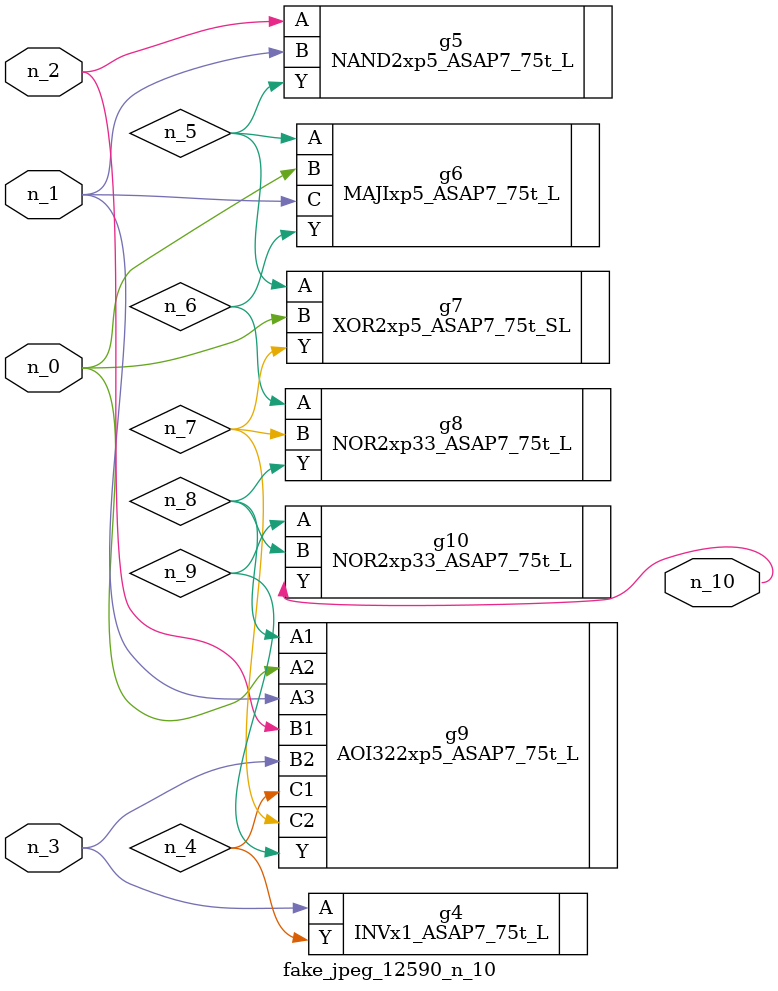
<source format=v>
module fake_jpeg_12590_n_10 (n_0, n_3, n_2, n_1, n_10);

input n_0;
input n_3;
input n_2;
input n_1;

output n_10;

wire n_4;
wire n_8;
wire n_9;
wire n_6;
wire n_5;
wire n_7;

INVx1_ASAP7_75t_L g4 ( 
.A(n_3),
.Y(n_4)
);

NAND2xp5_ASAP7_75t_L g5 ( 
.A(n_2),
.B(n_1),
.Y(n_5)
);

MAJIxp5_ASAP7_75t_L g6 ( 
.A(n_5),
.B(n_0),
.C(n_1),
.Y(n_6)
);

NOR2xp33_ASAP7_75t_L g8 ( 
.A(n_6),
.B(n_7),
.Y(n_8)
);

XOR2xp5_ASAP7_75t_SL g7 ( 
.A(n_5),
.B(n_0),
.Y(n_7)
);

AOI322xp5_ASAP7_75t_L g9 ( 
.A1(n_8),
.A2(n_0),
.A3(n_1),
.B1(n_2),
.B2(n_3),
.C1(n_4),
.C2(n_7),
.Y(n_9)
);

NOR2xp33_ASAP7_75t_L g10 ( 
.A(n_9),
.B(n_8),
.Y(n_10)
);


endmodule
</source>
